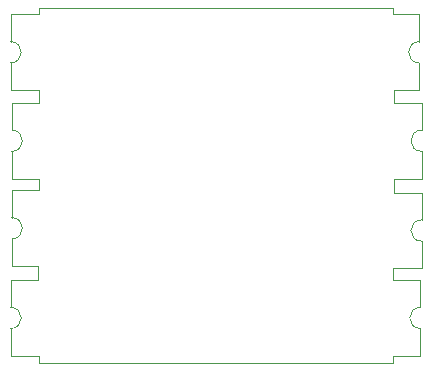
<source format=gbr>
G04 #@! TF.GenerationSoftware,KiCad,Pcbnew,(5.1.5)-3*
G04 #@! TF.CreationDate,2020-05-04T17:56:07+05:30*
G04 #@! TF.ProjectId,Battery_Charger,42617474-6572-4795-9f43-686172676572,rev?*
G04 #@! TF.SameCoordinates,Original*
G04 #@! TF.FileFunction,Profile,NP*
%FSLAX46Y46*%
G04 Gerber Fmt 4.6, Leading zero omitted, Abs format (unit mm)*
G04 Created by KiCad (PCBNEW (5.1.5)-3) date 2020-05-04 17:56:07*
%MOMM*%
%LPD*%
G04 APERTURE LIST*
%ADD10C,0.050000*%
G04 APERTURE END LIST*
D10*
X137500000Y-91100000D02*
G75*
G02X137500000Y-89300000I0J900000D01*
G01*
X137600000Y-83700000D02*
G75*
G02X137600000Y-81900000I0J900000D01*
G01*
X137600000Y-76100000D02*
G75*
G02X137600000Y-74300000I0J900000D01*
G01*
X137400000Y-68600000D02*
G75*
G02X137400000Y-66800000I0J900000D01*
G01*
X135200000Y-64500000D02*
X135200000Y-64000000D01*
X137400000Y-64500000D02*
X135200000Y-64500000D01*
X137400000Y-66800000D02*
X137400000Y-64500000D01*
X137400000Y-70900000D02*
X137400000Y-68600000D01*
X135300000Y-70900000D02*
X137400000Y-70900000D01*
X135300000Y-72000000D02*
X135300000Y-70900000D01*
X137600000Y-72000000D02*
X135300000Y-72000000D01*
X137600000Y-74300000D02*
X137600000Y-72000000D01*
X137600000Y-78400000D02*
X137600000Y-76100000D01*
X135300000Y-78400000D02*
X137600000Y-78400000D01*
X135300000Y-79600000D02*
X135300000Y-78400000D01*
X137600000Y-79600000D02*
X135300000Y-79600000D01*
X137600000Y-81900000D02*
X137600000Y-79600000D01*
X137600000Y-86000000D02*
X137600000Y-83700000D01*
X135200000Y-86000000D02*
X137600000Y-86000000D01*
X135200000Y-87000000D02*
X135200000Y-86000000D01*
X137500000Y-87000000D02*
X135200000Y-87000000D01*
X137500000Y-89300000D02*
X137500000Y-87000000D01*
X137500000Y-93400000D02*
X137500000Y-91100000D01*
X135200000Y-93400000D02*
X137500000Y-93400000D01*
X135200000Y-94000000D02*
X135200000Y-93400000D01*
X105200000Y-64500000D02*
X105200000Y-64000000D01*
X102800000Y-66800000D02*
X102800000Y-66700000D01*
X102800000Y-66800000D02*
G75*
G02X102800000Y-68600000I0J-900000D01*
G01*
X102900000Y-74300000D02*
G75*
G02X102900000Y-76100000I0J-900000D01*
G01*
X102900000Y-81700000D02*
G75*
G02X102900000Y-83500000I0J-900000D01*
G01*
X102800000Y-89300000D02*
G75*
G02X102800000Y-91100000I0J-900000D01*
G01*
X102800000Y-64500000D02*
X105200000Y-64500000D01*
X102800000Y-66700000D02*
X102800000Y-64500000D01*
X102800000Y-70900000D02*
X102800000Y-68600000D01*
X105200000Y-70900000D02*
X102800000Y-70900000D01*
X105200000Y-72000000D02*
X105200000Y-70900000D01*
X102900000Y-72000000D02*
X105200000Y-72000000D01*
X102900000Y-74300000D02*
X102900000Y-72000000D01*
X102900000Y-78400000D02*
X102900000Y-76100000D01*
X105200000Y-78400000D02*
X102900000Y-78400000D01*
X105200000Y-79400000D02*
X105200000Y-78400000D01*
X102900000Y-79400000D02*
X105200000Y-79400000D01*
X102900000Y-81700000D02*
X102900000Y-79400000D01*
X102900000Y-85800000D02*
X102900000Y-83500000D01*
X105100000Y-85800000D02*
X102900000Y-85800000D01*
X105100000Y-87000000D02*
X105100000Y-85800000D01*
X102800000Y-87000000D02*
X105100000Y-87000000D01*
X102800000Y-89300000D02*
X102800000Y-87000000D01*
X102800000Y-93400000D02*
X102800000Y-91100000D01*
X105200000Y-93400000D02*
X102800000Y-93400000D01*
X105200000Y-94000000D02*
X105200000Y-93400000D01*
X105200000Y-94000000D02*
X135200000Y-94000000D01*
X105200000Y-64000000D02*
X135200000Y-64000000D01*
M02*

</source>
